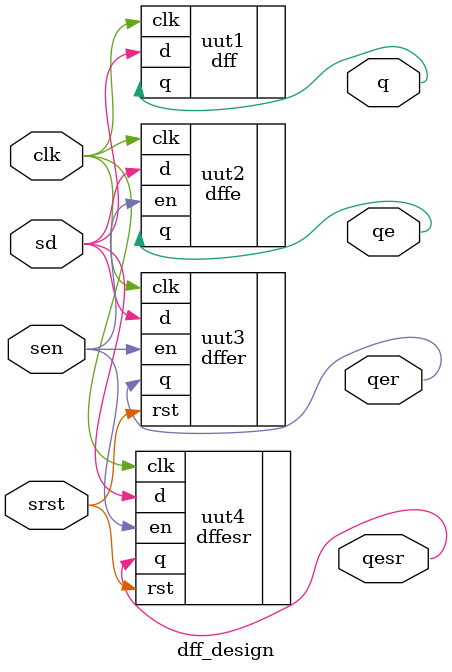
<source format=v>

`timescale 100ps/10ps

module dff_design (sd,sen,srst,clk, q, qe, qer, qesr);
   input sd, sen, srst, clk;
   output q, qe, qer, qesr;

   dff uut1 (.d(sd), .clk(clk), .q(q));
   dffe uut2 (.d(sd), .clk(clk), .en(sen), .q(qe));
   dffer uut3 (.d(sd), .clk(clk), .en(sen), .rst(srst), .q(qer));
   dffesr uut4 (.d(sd), .clk(clk), .en(sen), .rst(srst), .q(qesr));

endmodule // dff_design

</source>
